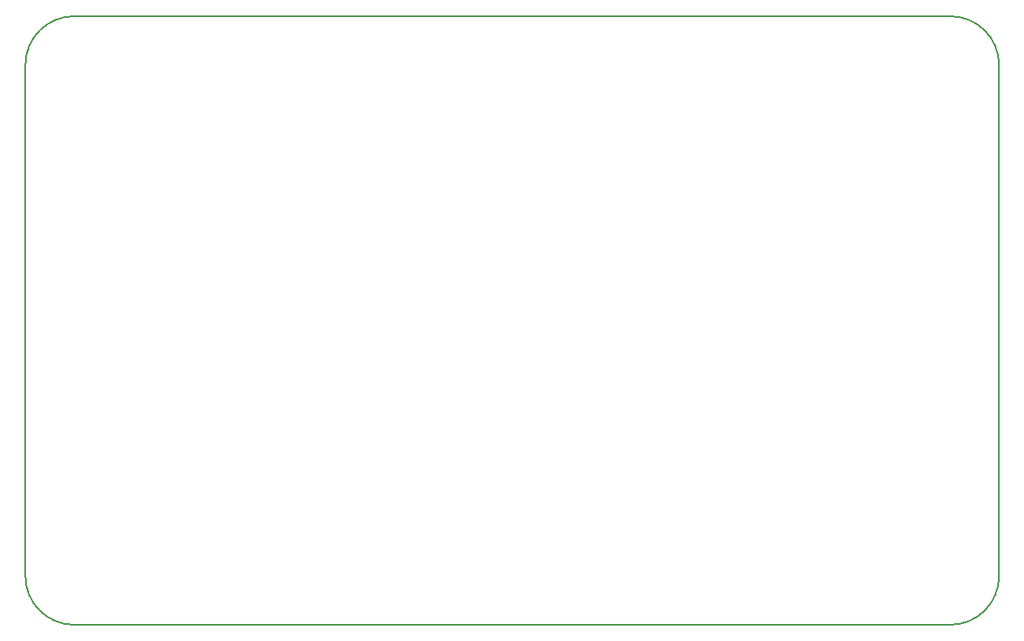
<source format=gbr>
G04 #@! TF.FileFunction,Profile,NP*
%FSLAX46Y46*%
G04 Gerber Fmt 4.6, Leading zero omitted, Abs format (unit mm)*
G04 Created by KiCad (PCBNEW (2015-04-19 BZR 5613)-product) date 6/9/2015 8:15:01 PM*
%MOMM*%
G01*
G04 APERTURE LIST*
%ADD10C,0.100000*%
%ADD11C,0.203200*%
G04 APERTURE END LIST*
D10*
D11*
X93980000Y-139700000D02*
X185420000Y-139700000D01*
X88900000Y-81280000D02*
X88900000Y-134620000D01*
X93980000Y-76200000D02*
X185420000Y-76200000D01*
X190500000Y-134620000D02*
X190500000Y-81280000D01*
X190500000Y-81280000D02*
G75*
G03X185420000Y-76200000I-5080000J0D01*
G01*
X88900000Y-134620000D02*
G75*
G03X93980000Y-139700000I5080000J0D01*
G01*
X93980000Y-76200000D02*
G75*
G03X88900000Y-81280000I0J-5080000D01*
G01*
X185420000Y-139700000D02*
G75*
G03X190500000Y-134620000I0J5080000D01*
G01*
M02*

</source>
